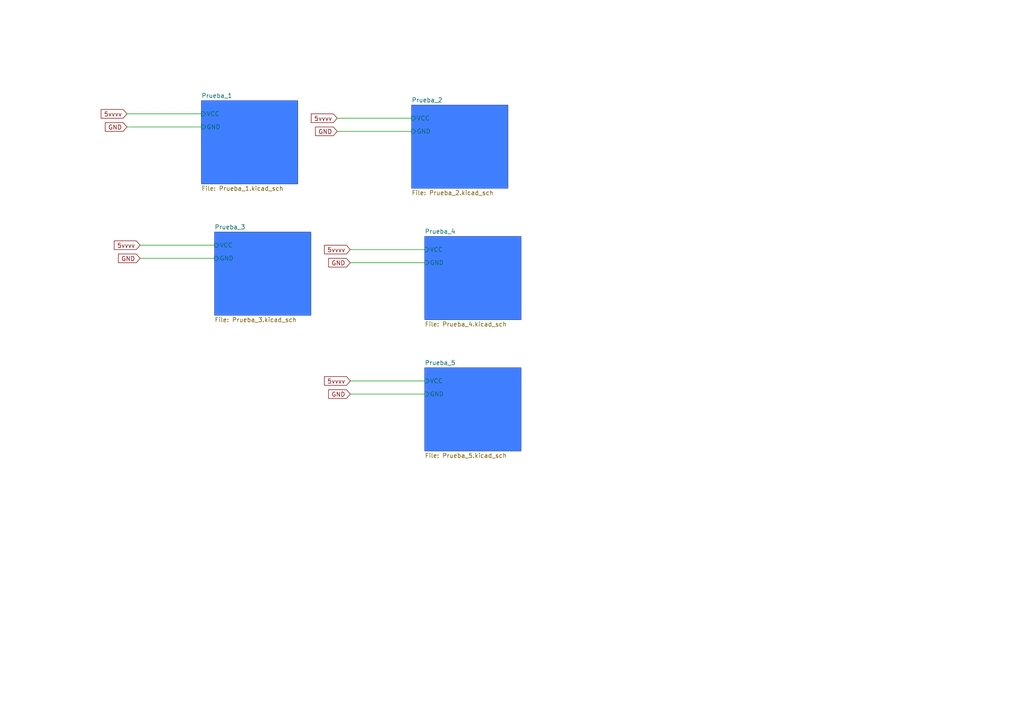
<source format=kicad_sch>
(kicad_sch (version 20211123) (generator eeschema)
  (paper "A4")
  (title_block (title "Testing de esquematicos") (date "2022-11-26") (rev "0.0.1") (company "Proyecto la Caja"))
  (lib_symbols)
  (wire (pts (xy 40.64 71.12) (xy 62.23 71.12)))
  (wire (pts (xy 101.6 114.3) (xy 123.19 114.3)))
  (wire (pts (xy 101.6 76.2) (xy 123.19 76.2)))
  (wire (pts (xy 101.6 72.39) (xy 123.19 72.39)))
  (wire (pts (xy 36.83 33.02) (xy 58.42 33.02)))
  (wire (pts (xy 36.83 36.83) (xy 58.42 36.83)))
  (wire (pts (xy 40.64 74.93) (xy 62.23 74.93)))
  (wire (pts (xy 101.6 110.49) (xy 123.19 110.49)))
  (wire (pts (xy 97.79 38.1) (xy 119.38 38.1)))
  (wire (pts (xy 97.79 34.29) (xy 119.38 34.29)))
  (global_label "GND" (shape input) (at 101.6 76.2 180) (property "Referencias entre hojas" "${INTERSHEET_REFS}" (effects hide)))
  (global_label "5vvvv" (shape input) (at 97.79 34.29 180) (property "Referencias entre hojas" "${INTERSHEET_REFS}" (effects hide)))
  (global_label "5vvvv" (shape input) (at 36.83 33.02 180) (property "Referencias entre hojas" "${INTERSHEET_REFS}" (effects hide)))
  (global_label "5vvvv" (shape input) (at 101.6 110.49 180) (property "Referencias entre hojas" "${INTERSHEET_REFS}" (effects hide)))
  (global_label "GND" (shape input) (at 40.64 74.93 180) (property "Referencias entre hojas" "${INTERSHEET_REFS}" (effects hide)))
  (global_label "GND" (shape input) (at 36.83 36.83 180) (property "Referencias entre hojas" "${INTERSHEET_REFS}" (effects hide)))
  (global_label "5vvvv" (shape input) (at 40.64 71.12 180) (property "Referencias entre hojas" "${INTERSHEET_REFS}" (effects hide)))
  (global_label "5vvvv" (shape input) (at 101.6 72.39 180) (property "Referencias entre hojas" "${INTERSHEET_REFS}" (effects hide)))
  (global_label "GND" (shape input) (at 101.6 114.3 180) (property "Referencias entre hojas" "${INTERSHEET_REFS}" (effects hide)))
  (global_label "GND" (shape input) (at 97.79 38.1 180) (property "Referencias entre hojas" "${INTERSHEET_REFS}" (effects hide)))
  (sheet (at 123.19 68.58) (size 27.94 24.13) (stroke (width 0.1524) (color 30 61 167 1)) (fill (color 63 127 255 1.0000))
    (property "Sheet name" "Prueba_4" (at 123.19 67.8684 0) (effects (justify left bottom)))
    (property "Sheet file" "Prueba_4.kicad_sch" (at 123.19 93.2946 0) (effects (justify left top)))
    (pin "GND" input (at 123.19 76.2 180))
    (pin "VCC" input (at 123.19 72.39 180))
  )
  (sheet (at 119.38 30.48) (size 27.94 24.13) (stroke (width 0.1524) (color 30 61 167 1)) (fill (color 63 127 255 1.0000))
    (property "Sheet name" "Prueba_2" (at 119.38 29.7684 0) (effects (justify left bottom)))
    (property "Sheet file" "Prueba_2.kicad_sch" (at 119.38 55.1946 0) (effects (justify left top)))
    (pin "GND" input (at 119.38 38.1 180))
    (pin "VCC" input (at 119.38 34.29 180))
  )
  (sheet (at 62.23 67.31) (size 27.94 24.13) (stroke (width 0.1524) (color 30 61 167 1)) (fill (color 63 127 255 1.0000))
    (property "Sheet name" "Prueba_3" (at 62.23 66.5984 0) (effects (justify left bottom)))
    (property "Sheet file" "Prueba_3.kicad_sch" (at 62.23 92.0246 0) (effects (justify left top)))
    (pin "GND" input (at 62.23 74.93 180))
    (pin "VCC" input (at 62.23 71.12 180))
  )
  (sheet (at 58.42 29.21) (size 27.94 24.13) (stroke (width 0.1524) (color 30 61 167 1)) (fill (color 63 127 255 1.0000))
    (property "Sheet name" "Prueba_1" (at 58.42 28.4984 0) (effects (justify left bottom)))
    (property "Sheet file" "Prueba_1.kicad_sch" (at 58.42 53.9246 0) (effects (justify left top)))
    (pin "GND" input (at 58.42 36.83 180))
    (pin "VCC" input (at 58.42 33.02 180))
  )
  (sheet (at 123.19 106.68) (size 27.94 24.13) (stroke (width 0.1524) (color 30 61 167 1)) (fill (color 63 127 255 1.0000))
    (property "Sheet name" "Prueba_5" (at 123.19 105.9684 0) (effects (justify left bottom)))
    (property "Sheet file" "Prueba_5.kicad_sch" (at 123.19 131.3946 0) (effects (justify left top)))
    (pin "GND" input (at 123.19 114.3 180))
    (pin "VCC" input (at 123.19 110.49 180))
  )
)
</source>
